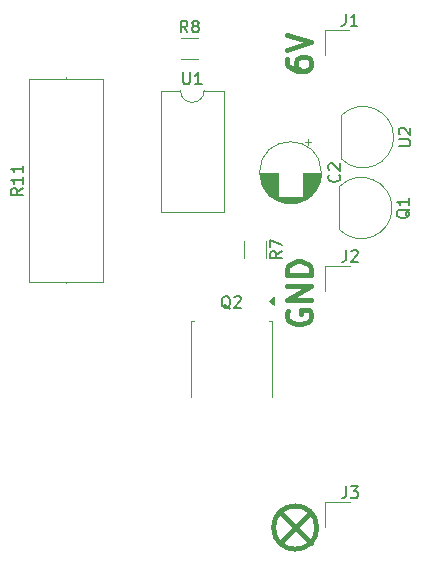
<source format=gto>
%TF.GenerationSoftware,KiCad,Pcbnew,9.0.3*%
%TF.CreationDate,2025-07-24T09:06:34+02:00*%
%TF.ProjectId,turn-signal-flasher-6V,7475726e-2d73-4696-976e-616c2d666c61,rev?*%
%TF.SameCoordinates,Original*%
%TF.FileFunction,Legend,Top*%
%TF.FilePolarity,Positive*%
%FSLAX46Y46*%
G04 Gerber Fmt 4.6, Leading zero omitted, Abs format (unit mm)*
G04 Created by KiCad (PCBNEW 9.0.3) date 2025-07-24 09:06:34*
%MOMM*%
%LPD*%
G01*
G04 APERTURE LIST*
%ADD10C,0.400000*%
%ADD11C,0.150000*%
%ADD12C,0.120000*%
%ADD13C,0.100000*%
G04 APERTURE END LIST*
D10*
X127730983Y-145050000D02*
G75*
G02*
X124069017Y-145050000I-1830983J0D01*
G01*
X124069017Y-145050000D02*
G75*
G02*
X127730983Y-145050000I1830983J0D01*
G01*
X124650000Y-146350000D02*
X127150000Y-143800000D01*
X124605300Y-143755300D02*
X127200000Y-146350000D01*
X125329676Y-126713033D02*
X125234438Y-126903509D01*
X125234438Y-126903509D02*
X125234438Y-127189223D01*
X125234438Y-127189223D02*
X125329676Y-127474938D01*
X125329676Y-127474938D02*
X125520152Y-127665414D01*
X125520152Y-127665414D02*
X125710628Y-127760652D01*
X125710628Y-127760652D02*
X126091580Y-127855890D01*
X126091580Y-127855890D02*
X126377295Y-127855890D01*
X126377295Y-127855890D02*
X126758247Y-127760652D01*
X126758247Y-127760652D02*
X126948723Y-127665414D01*
X126948723Y-127665414D02*
X127139200Y-127474938D01*
X127139200Y-127474938D02*
X127234438Y-127189223D01*
X127234438Y-127189223D02*
X127234438Y-126998747D01*
X127234438Y-126998747D02*
X127139200Y-126713033D01*
X127139200Y-126713033D02*
X127043961Y-126617795D01*
X127043961Y-126617795D02*
X126377295Y-126617795D01*
X126377295Y-126617795D02*
X126377295Y-126998747D01*
X127234438Y-125760652D02*
X125234438Y-125760652D01*
X125234438Y-125760652D02*
X127234438Y-124617795D01*
X127234438Y-124617795D02*
X125234438Y-124617795D01*
X127234438Y-123665414D02*
X125234438Y-123665414D01*
X125234438Y-123665414D02*
X125234438Y-123189224D01*
X125234438Y-123189224D02*
X125329676Y-122903509D01*
X125329676Y-122903509D02*
X125520152Y-122713033D01*
X125520152Y-122713033D02*
X125710628Y-122617795D01*
X125710628Y-122617795D02*
X126091580Y-122522557D01*
X126091580Y-122522557D02*
X126377295Y-122522557D01*
X126377295Y-122522557D02*
X126758247Y-122617795D01*
X126758247Y-122617795D02*
X126948723Y-122713033D01*
X126948723Y-122713033D02*
X127139200Y-122903509D01*
X127139200Y-122903509D02*
X127234438Y-123189224D01*
X127234438Y-123189224D02*
X127234438Y-123665414D01*
X125234438Y-105403509D02*
X125234438Y-105784462D01*
X125234438Y-105784462D02*
X125329676Y-105974938D01*
X125329676Y-105974938D02*
X125424914Y-106070176D01*
X125424914Y-106070176D02*
X125710628Y-106260652D01*
X125710628Y-106260652D02*
X126091580Y-106355890D01*
X126091580Y-106355890D02*
X126853485Y-106355890D01*
X126853485Y-106355890D02*
X127043961Y-106260652D01*
X127043961Y-106260652D02*
X127139200Y-106165414D01*
X127139200Y-106165414D02*
X127234438Y-105974938D01*
X127234438Y-105974938D02*
X127234438Y-105593985D01*
X127234438Y-105593985D02*
X127139200Y-105403509D01*
X127139200Y-105403509D02*
X127043961Y-105308271D01*
X127043961Y-105308271D02*
X126853485Y-105213033D01*
X126853485Y-105213033D02*
X126377295Y-105213033D01*
X126377295Y-105213033D02*
X126186819Y-105308271D01*
X126186819Y-105308271D02*
X126091580Y-105403509D01*
X126091580Y-105403509D02*
X125996342Y-105593985D01*
X125996342Y-105593985D02*
X125996342Y-105974938D01*
X125996342Y-105974938D02*
X126091580Y-106165414D01*
X126091580Y-106165414D02*
X126186819Y-106260652D01*
X126186819Y-106260652D02*
X126377295Y-106355890D01*
X125234438Y-104641604D02*
X127234438Y-103974938D01*
X127234438Y-103974938D02*
X125234438Y-103308271D01*
D11*
X134654819Y-112761904D02*
X135464342Y-112761904D01*
X135464342Y-112761904D02*
X135559580Y-112714285D01*
X135559580Y-112714285D02*
X135607200Y-112666666D01*
X135607200Y-112666666D02*
X135654819Y-112571428D01*
X135654819Y-112571428D02*
X135654819Y-112380952D01*
X135654819Y-112380952D02*
X135607200Y-112285714D01*
X135607200Y-112285714D02*
X135559580Y-112238095D01*
X135559580Y-112238095D02*
X135464342Y-112190476D01*
X135464342Y-112190476D02*
X134654819Y-112190476D01*
X134750057Y-111761904D02*
X134702438Y-111714285D01*
X134702438Y-111714285D02*
X134654819Y-111619047D01*
X134654819Y-111619047D02*
X134654819Y-111380952D01*
X134654819Y-111380952D02*
X134702438Y-111285714D01*
X134702438Y-111285714D02*
X134750057Y-111238095D01*
X134750057Y-111238095D02*
X134845295Y-111190476D01*
X134845295Y-111190476D02*
X134940533Y-111190476D01*
X134940533Y-111190476D02*
X135083390Y-111238095D01*
X135083390Y-111238095D02*
X135654819Y-111809523D01*
X135654819Y-111809523D02*
X135654819Y-111190476D01*
X130216666Y-141554819D02*
X130216666Y-142269104D01*
X130216666Y-142269104D02*
X130169047Y-142411961D01*
X130169047Y-142411961D02*
X130073809Y-142507200D01*
X130073809Y-142507200D02*
X129930952Y-142554819D01*
X129930952Y-142554819D02*
X129835714Y-142554819D01*
X130597619Y-141554819D02*
X131216666Y-141554819D01*
X131216666Y-141554819D02*
X130883333Y-141935771D01*
X130883333Y-141935771D02*
X131026190Y-141935771D01*
X131026190Y-141935771D02*
X131121428Y-141983390D01*
X131121428Y-141983390D02*
X131169047Y-142031009D01*
X131169047Y-142031009D02*
X131216666Y-142126247D01*
X131216666Y-142126247D02*
X131216666Y-142364342D01*
X131216666Y-142364342D02*
X131169047Y-142459580D01*
X131169047Y-142459580D02*
X131121428Y-142507200D01*
X131121428Y-142507200D02*
X131026190Y-142554819D01*
X131026190Y-142554819D02*
X130740476Y-142554819D01*
X130740476Y-142554819D02*
X130645238Y-142507200D01*
X130645238Y-142507200D02*
X130597619Y-142459580D01*
X120404761Y-126550057D02*
X120309523Y-126502438D01*
X120309523Y-126502438D02*
X120214285Y-126407200D01*
X120214285Y-126407200D02*
X120071428Y-126264342D01*
X120071428Y-126264342D02*
X119976190Y-126216723D01*
X119976190Y-126216723D02*
X119880952Y-126216723D01*
X119928571Y-126454819D02*
X119833333Y-126407200D01*
X119833333Y-126407200D02*
X119738095Y-126311961D01*
X119738095Y-126311961D02*
X119690476Y-126121485D01*
X119690476Y-126121485D02*
X119690476Y-125788152D01*
X119690476Y-125788152D02*
X119738095Y-125597676D01*
X119738095Y-125597676D02*
X119833333Y-125502438D01*
X119833333Y-125502438D02*
X119928571Y-125454819D01*
X119928571Y-125454819D02*
X120119047Y-125454819D01*
X120119047Y-125454819D02*
X120214285Y-125502438D01*
X120214285Y-125502438D02*
X120309523Y-125597676D01*
X120309523Y-125597676D02*
X120357142Y-125788152D01*
X120357142Y-125788152D02*
X120357142Y-126121485D01*
X120357142Y-126121485D02*
X120309523Y-126311961D01*
X120309523Y-126311961D02*
X120214285Y-126407200D01*
X120214285Y-126407200D02*
X120119047Y-126454819D01*
X120119047Y-126454819D02*
X119928571Y-126454819D01*
X120738095Y-125550057D02*
X120785714Y-125502438D01*
X120785714Y-125502438D02*
X120880952Y-125454819D01*
X120880952Y-125454819D02*
X121119047Y-125454819D01*
X121119047Y-125454819D02*
X121214285Y-125502438D01*
X121214285Y-125502438D02*
X121261904Y-125550057D01*
X121261904Y-125550057D02*
X121309523Y-125645295D01*
X121309523Y-125645295D02*
X121309523Y-125740533D01*
X121309523Y-125740533D02*
X121261904Y-125883390D01*
X121261904Y-125883390D02*
X120690476Y-126454819D01*
X120690476Y-126454819D02*
X121309523Y-126454819D01*
X130166666Y-101554819D02*
X130166666Y-102269104D01*
X130166666Y-102269104D02*
X130119047Y-102411961D01*
X130119047Y-102411961D02*
X130023809Y-102507200D01*
X130023809Y-102507200D02*
X129880952Y-102554819D01*
X129880952Y-102554819D02*
X129785714Y-102554819D01*
X131166666Y-102554819D02*
X130595238Y-102554819D01*
X130880952Y-102554819D02*
X130880952Y-101554819D01*
X130880952Y-101554819D02*
X130785714Y-101697676D01*
X130785714Y-101697676D02*
X130690476Y-101792914D01*
X130690476Y-101792914D02*
X130595238Y-101840533D01*
X129609580Y-115166666D02*
X129657200Y-115214285D01*
X129657200Y-115214285D02*
X129704819Y-115357142D01*
X129704819Y-115357142D02*
X129704819Y-115452380D01*
X129704819Y-115452380D02*
X129657200Y-115595237D01*
X129657200Y-115595237D02*
X129561961Y-115690475D01*
X129561961Y-115690475D02*
X129466723Y-115738094D01*
X129466723Y-115738094D02*
X129276247Y-115785713D01*
X129276247Y-115785713D02*
X129133390Y-115785713D01*
X129133390Y-115785713D02*
X128942914Y-115738094D01*
X128942914Y-115738094D02*
X128847676Y-115690475D01*
X128847676Y-115690475D02*
X128752438Y-115595237D01*
X128752438Y-115595237D02*
X128704819Y-115452380D01*
X128704819Y-115452380D02*
X128704819Y-115357142D01*
X128704819Y-115357142D02*
X128752438Y-115214285D01*
X128752438Y-115214285D02*
X128800057Y-115166666D01*
X128800057Y-114785713D02*
X128752438Y-114738094D01*
X128752438Y-114738094D02*
X128704819Y-114642856D01*
X128704819Y-114642856D02*
X128704819Y-114404761D01*
X128704819Y-114404761D02*
X128752438Y-114309523D01*
X128752438Y-114309523D02*
X128800057Y-114261904D01*
X128800057Y-114261904D02*
X128895295Y-114214285D01*
X128895295Y-114214285D02*
X128990533Y-114214285D01*
X128990533Y-114214285D02*
X129133390Y-114261904D01*
X129133390Y-114261904D02*
X129704819Y-114833332D01*
X129704819Y-114833332D02*
X129704819Y-114214285D01*
X116428095Y-106504819D02*
X116428095Y-107314342D01*
X116428095Y-107314342D02*
X116475714Y-107409580D01*
X116475714Y-107409580D02*
X116523333Y-107457200D01*
X116523333Y-107457200D02*
X116618571Y-107504819D01*
X116618571Y-107504819D02*
X116809047Y-107504819D01*
X116809047Y-107504819D02*
X116904285Y-107457200D01*
X116904285Y-107457200D02*
X116951904Y-107409580D01*
X116951904Y-107409580D02*
X116999523Y-107314342D01*
X116999523Y-107314342D02*
X116999523Y-106504819D01*
X117999523Y-107504819D02*
X117428095Y-107504819D01*
X117713809Y-107504819D02*
X117713809Y-106504819D01*
X117713809Y-106504819D02*
X117618571Y-106647676D01*
X117618571Y-106647676D02*
X117523333Y-106742914D01*
X117523333Y-106742914D02*
X117428095Y-106790533D01*
X130216666Y-121554819D02*
X130216666Y-122269104D01*
X130216666Y-122269104D02*
X130169047Y-122411961D01*
X130169047Y-122411961D02*
X130073809Y-122507200D01*
X130073809Y-122507200D02*
X129930952Y-122554819D01*
X129930952Y-122554819D02*
X129835714Y-122554819D01*
X130645238Y-121650057D02*
X130692857Y-121602438D01*
X130692857Y-121602438D02*
X130788095Y-121554819D01*
X130788095Y-121554819D02*
X131026190Y-121554819D01*
X131026190Y-121554819D02*
X131121428Y-121602438D01*
X131121428Y-121602438D02*
X131169047Y-121650057D01*
X131169047Y-121650057D02*
X131216666Y-121745295D01*
X131216666Y-121745295D02*
X131216666Y-121840533D01*
X131216666Y-121840533D02*
X131169047Y-121983390D01*
X131169047Y-121983390D02*
X130597619Y-122554819D01*
X130597619Y-122554819D02*
X131216666Y-122554819D01*
X124784819Y-121666666D02*
X124308628Y-121999999D01*
X124784819Y-122238094D02*
X123784819Y-122238094D01*
X123784819Y-122238094D02*
X123784819Y-121857142D01*
X123784819Y-121857142D02*
X123832438Y-121761904D01*
X123832438Y-121761904D02*
X123880057Y-121714285D01*
X123880057Y-121714285D02*
X123975295Y-121666666D01*
X123975295Y-121666666D02*
X124118152Y-121666666D01*
X124118152Y-121666666D02*
X124213390Y-121714285D01*
X124213390Y-121714285D02*
X124261009Y-121761904D01*
X124261009Y-121761904D02*
X124308628Y-121857142D01*
X124308628Y-121857142D02*
X124308628Y-122238094D01*
X123784819Y-121333332D02*
X123784819Y-120666666D01*
X123784819Y-120666666D02*
X124784819Y-121095237D01*
X102834819Y-116302857D02*
X102358628Y-116636190D01*
X102834819Y-116874285D02*
X101834819Y-116874285D01*
X101834819Y-116874285D02*
X101834819Y-116493333D01*
X101834819Y-116493333D02*
X101882438Y-116398095D01*
X101882438Y-116398095D02*
X101930057Y-116350476D01*
X101930057Y-116350476D02*
X102025295Y-116302857D01*
X102025295Y-116302857D02*
X102168152Y-116302857D01*
X102168152Y-116302857D02*
X102263390Y-116350476D01*
X102263390Y-116350476D02*
X102311009Y-116398095D01*
X102311009Y-116398095D02*
X102358628Y-116493333D01*
X102358628Y-116493333D02*
X102358628Y-116874285D01*
X102834819Y-115350476D02*
X102834819Y-115921904D01*
X102834819Y-115636190D02*
X101834819Y-115636190D01*
X101834819Y-115636190D02*
X101977676Y-115731428D01*
X101977676Y-115731428D02*
X102072914Y-115826666D01*
X102072914Y-115826666D02*
X102120533Y-115921904D01*
X102834819Y-114398095D02*
X102834819Y-114969523D01*
X102834819Y-114683809D02*
X101834819Y-114683809D01*
X101834819Y-114683809D02*
X101977676Y-114779047D01*
X101977676Y-114779047D02*
X102072914Y-114874285D01*
X102072914Y-114874285D02*
X102120533Y-114969523D01*
X116783333Y-103124819D02*
X116450000Y-102648628D01*
X116211905Y-103124819D02*
X116211905Y-102124819D01*
X116211905Y-102124819D02*
X116592857Y-102124819D01*
X116592857Y-102124819D02*
X116688095Y-102172438D01*
X116688095Y-102172438D02*
X116735714Y-102220057D01*
X116735714Y-102220057D02*
X116783333Y-102315295D01*
X116783333Y-102315295D02*
X116783333Y-102458152D01*
X116783333Y-102458152D02*
X116735714Y-102553390D01*
X116735714Y-102553390D02*
X116688095Y-102601009D01*
X116688095Y-102601009D02*
X116592857Y-102648628D01*
X116592857Y-102648628D02*
X116211905Y-102648628D01*
X117354762Y-102553390D02*
X117259524Y-102505771D01*
X117259524Y-102505771D02*
X117211905Y-102458152D01*
X117211905Y-102458152D02*
X117164286Y-102362914D01*
X117164286Y-102362914D02*
X117164286Y-102315295D01*
X117164286Y-102315295D02*
X117211905Y-102220057D01*
X117211905Y-102220057D02*
X117259524Y-102172438D01*
X117259524Y-102172438D02*
X117354762Y-102124819D01*
X117354762Y-102124819D02*
X117545238Y-102124819D01*
X117545238Y-102124819D02*
X117640476Y-102172438D01*
X117640476Y-102172438D02*
X117688095Y-102220057D01*
X117688095Y-102220057D02*
X117735714Y-102315295D01*
X117735714Y-102315295D02*
X117735714Y-102362914D01*
X117735714Y-102362914D02*
X117688095Y-102458152D01*
X117688095Y-102458152D02*
X117640476Y-102505771D01*
X117640476Y-102505771D02*
X117545238Y-102553390D01*
X117545238Y-102553390D02*
X117354762Y-102553390D01*
X117354762Y-102553390D02*
X117259524Y-102601009D01*
X117259524Y-102601009D02*
X117211905Y-102648628D01*
X117211905Y-102648628D02*
X117164286Y-102743866D01*
X117164286Y-102743866D02*
X117164286Y-102934342D01*
X117164286Y-102934342D02*
X117211905Y-103029580D01*
X117211905Y-103029580D02*
X117259524Y-103077200D01*
X117259524Y-103077200D02*
X117354762Y-103124819D01*
X117354762Y-103124819D02*
X117545238Y-103124819D01*
X117545238Y-103124819D02*
X117640476Y-103077200D01*
X117640476Y-103077200D02*
X117688095Y-103029580D01*
X117688095Y-103029580D02*
X117735714Y-102934342D01*
X117735714Y-102934342D02*
X117735714Y-102743866D01*
X117735714Y-102743866D02*
X117688095Y-102648628D01*
X117688095Y-102648628D02*
X117640476Y-102601009D01*
X117640476Y-102601009D02*
X117545238Y-102553390D01*
X135610057Y-118095238D02*
X135562438Y-118190476D01*
X135562438Y-118190476D02*
X135467200Y-118285714D01*
X135467200Y-118285714D02*
X135324342Y-118428571D01*
X135324342Y-118428571D02*
X135276723Y-118523809D01*
X135276723Y-118523809D02*
X135276723Y-118619047D01*
X135514819Y-118571428D02*
X135467200Y-118666666D01*
X135467200Y-118666666D02*
X135371961Y-118761904D01*
X135371961Y-118761904D02*
X135181485Y-118809523D01*
X135181485Y-118809523D02*
X134848152Y-118809523D01*
X134848152Y-118809523D02*
X134657676Y-118761904D01*
X134657676Y-118761904D02*
X134562438Y-118666666D01*
X134562438Y-118666666D02*
X134514819Y-118571428D01*
X134514819Y-118571428D02*
X134514819Y-118380952D01*
X134514819Y-118380952D02*
X134562438Y-118285714D01*
X134562438Y-118285714D02*
X134657676Y-118190476D01*
X134657676Y-118190476D02*
X134848152Y-118142857D01*
X134848152Y-118142857D02*
X135181485Y-118142857D01*
X135181485Y-118142857D02*
X135371961Y-118190476D01*
X135371961Y-118190476D02*
X135467200Y-118285714D01*
X135467200Y-118285714D02*
X135514819Y-118380952D01*
X135514819Y-118380952D02*
X135514819Y-118571428D01*
X135514819Y-117190476D02*
X135514819Y-117761904D01*
X135514819Y-117476190D02*
X134514819Y-117476190D01*
X134514819Y-117476190D02*
X134657676Y-117571428D01*
X134657676Y-117571428D02*
X134752914Y-117666666D01*
X134752914Y-117666666D02*
X134800533Y-117761904D01*
D12*
%TO.C,U2*%
X129790000Y-110200000D02*
X129790000Y-113800000D01*
X129801522Y-110161522D02*
G75*
G02*
X134240001Y-112000000I1838478J-1838478D01*
G01*
X134240000Y-112000000D02*
G75*
G02*
X129801522Y-113838478I-2600000J0D01*
G01*
D13*
%TO.C,J3*%
X128450000Y-142900000D02*
X128450000Y-145000000D01*
X130550000Y-142900000D02*
X128450000Y-142900000D01*
D12*
%TO.C,Q2*%
X117075000Y-127605000D02*
X117345000Y-127605000D01*
X117075000Y-134025000D02*
X117075000Y-127605000D01*
X123975000Y-127605000D02*
X123705000Y-127605000D01*
X123975000Y-134025000D02*
X123975000Y-127605000D01*
X124135000Y-126215000D02*
X123665000Y-125875000D01*
X124135000Y-125535000D01*
X124135000Y-126215000D01*
G36*
X124135000Y-126215000D02*
G01*
X123665000Y-125875000D01*
X124135000Y-125535000D01*
X124135000Y-126215000D01*
G37*
D13*
%TO.C,J1*%
X128400000Y-102900000D02*
X128400000Y-105000000D01*
X130500000Y-102900000D02*
X128400000Y-102900000D01*
D12*
%TO.C,C2*%
X124460000Y-115000000D02*
X122920000Y-115000000D01*
X124460000Y-115040000D02*
X122920000Y-115040000D01*
X124460000Y-115080000D02*
X122921000Y-115080000D01*
X124460000Y-115120000D02*
X122923000Y-115120000D01*
X124460000Y-115160000D02*
X122925000Y-115160000D01*
X124460000Y-115200000D02*
X122928000Y-115200000D01*
X124460000Y-115240000D02*
X122931000Y-115240000D01*
X124460000Y-115280000D02*
X122935000Y-115280000D01*
X124460000Y-115320000D02*
X122940000Y-115320000D01*
X124460000Y-115360000D02*
X122945000Y-115360000D01*
X124460000Y-115400000D02*
X122951000Y-115400000D01*
X124460000Y-115440000D02*
X122957000Y-115440000D01*
X124460000Y-115480000D02*
X122964000Y-115480000D01*
X124460000Y-115520000D02*
X122972000Y-115520000D01*
X124460000Y-115560000D02*
X122981000Y-115560000D01*
X124460000Y-115600000D02*
X122990000Y-115600000D01*
X124460000Y-115640000D02*
X122999000Y-115640000D01*
X124460000Y-115680000D02*
X123010000Y-115680000D01*
X124460000Y-115720000D02*
X123021000Y-115720000D01*
X124460000Y-115760000D02*
X123033000Y-115760000D01*
X124460000Y-115800000D02*
X123045000Y-115800000D01*
X124460000Y-115840000D02*
X123058000Y-115840000D01*
X124460000Y-115880000D02*
X123072000Y-115880000D01*
X124460000Y-115920000D02*
X123087000Y-115920000D01*
X124460000Y-115960000D02*
X123102000Y-115960000D01*
X124460000Y-116000000D02*
X123118000Y-116000000D01*
X124460000Y-116040000D02*
X123135000Y-116040000D01*
X124460000Y-116080000D02*
X123153000Y-116080000D01*
X124460000Y-116120000D02*
X123171000Y-116120000D01*
X124460000Y-116160000D02*
X123191000Y-116160000D01*
X124460000Y-116200000D02*
X123211000Y-116200000D01*
X124460000Y-116240000D02*
X123232000Y-116240000D01*
X124460000Y-116280000D02*
X123254000Y-116280000D01*
X124460000Y-116320000D02*
X123277000Y-116320000D01*
X124460000Y-116360000D02*
X123301000Y-116360000D01*
X124460000Y-116400000D02*
X123325000Y-116400000D01*
X124460000Y-116440000D02*
X123351000Y-116440000D01*
X124460000Y-116480000D02*
X123378000Y-116480000D01*
X124460000Y-116520000D02*
X123406000Y-116520000D01*
X124460000Y-116560000D02*
X123435000Y-116560000D01*
X124460000Y-116600000D02*
X123465000Y-116600000D01*
X124460000Y-116640000D02*
X123497000Y-116640000D01*
X124460000Y-116680000D02*
X123530000Y-116680000D01*
X124460000Y-116720000D02*
X123564000Y-116720000D01*
X124460000Y-116760000D02*
X123599000Y-116760000D01*
X124460000Y-116800000D02*
X123636000Y-116800000D01*
X124460000Y-116840000D02*
X123675000Y-116840000D01*
X124460000Y-116880000D02*
X123715000Y-116880000D01*
X124460000Y-116920000D02*
X123757000Y-116920000D01*
X124460000Y-116960000D02*
X123801000Y-116960000D01*
X124460000Y-117000000D02*
X123848000Y-117000000D01*
X125783000Y-117600000D02*
X125217000Y-117600000D01*
X126017000Y-117560000D02*
X124983000Y-117560000D01*
X126177000Y-117520000D02*
X124823000Y-117520000D01*
X126305000Y-117480000D02*
X124695000Y-117480000D01*
X126414000Y-117440000D02*
X124586000Y-117440000D01*
X126511000Y-117400000D02*
X124489000Y-117400000D01*
X126598000Y-117360000D02*
X124402000Y-117360000D01*
X126677000Y-117320000D02*
X124323000Y-117320000D01*
X126751000Y-117280000D02*
X124249000Y-117280000D01*
X126819000Y-117240000D02*
X124181000Y-117240000D01*
X126883000Y-117200000D02*
X124117000Y-117200000D01*
X126943000Y-117160000D02*
X124057000Y-117160000D01*
X126975000Y-112195225D02*
X126975000Y-112695225D01*
X126999000Y-117120000D02*
X124001000Y-117120000D01*
X127053000Y-117080000D02*
X123947000Y-117080000D01*
X127104000Y-117040000D02*
X123896000Y-117040000D01*
X127152000Y-117000000D02*
X126540000Y-117000000D01*
X127199000Y-116960000D02*
X126540000Y-116960000D01*
X127225000Y-112445225D02*
X126725000Y-112445225D01*
X127243000Y-116920000D02*
X126540000Y-116920000D01*
X127285000Y-116880000D02*
X126540000Y-116880000D01*
X127325000Y-116840000D02*
X126540000Y-116840000D01*
X127364000Y-116800000D02*
X126540000Y-116800000D01*
X127401000Y-116760000D02*
X126540000Y-116760000D01*
X127436000Y-116720000D02*
X126540000Y-116720000D01*
X127470000Y-116680000D02*
X126540000Y-116680000D01*
X127503000Y-116640000D02*
X126540000Y-116640000D01*
X127535000Y-116600000D02*
X126540000Y-116600000D01*
X127565000Y-116560000D02*
X126540000Y-116560000D01*
X127594000Y-116520000D02*
X126540000Y-116520000D01*
X127622000Y-116480000D02*
X126540000Y-116480000D01*
X127649000Y-116440000D02*
X126540000Y-116440000D01*
X127675000Y-116400000D02*
X126540000Y-116400000D01*
X127699000Y-116360000D02*
X126540000Y-116360000D01*
X127723000Y-116320000D02*
X126540000Y-116320000D01*
X127746000Y-116280000D02*
X126540000Y-116280000D01*
X127768000Y-116240000D02*
X126540000Y-116240000D01*
X127789000Y-116200000D02*
X126540000Y-116200000D01*
X127809000Y-116160000D02*
X126540000Y-116160000D01*
X127829000Y-116120000D02*
X126540000Y-116120000D01*
X127847000Y-116080000D02*
X126540000Y-116080000D01*
X127865000Y-116040000D02*
X126540000Y-116040000D01*
X127882000Y-116000000D02*
X126540000Y-116000000D01*
X127898000Y-115960000D02*
X126540000Y-115960000D01*
X127913000Y-115920000D02*
X126540000Y-115920000D01*
X127928000Y-115880000D02*
X126540000Y-115880000D01*
X127942000Y-115840000D02*
X126540000Y-115840000D01*
X127955000Y-115800000D02*
X126540000Y-115800000D01*
X127967000Y-115760000D02*
X126540000Y-115760000D01*
X127979000Y-115720000D02*
X126540000Y-115720000D01*
X127990000Y-115680000D02*
X126540000Y-115680000D01*
X128001000Y-115640000D02*
X126540000Y-115640000D01*
X128010000Y-115600000D02*
X126540000Y-115600000D01*
X128019000Y-115560000D02*
X126540000Y-115560000D01*
X128028000Y-115520000D02*
X126540000Y-115520000D01*
X128036000Y-115480000D02*
X126540000Y-115480000D01*
X128043000Y-115440000D02*
X126540000Y-115440000D01*
X128049000Y-115400000D02*
X126540000Y-115400000D01*
X128055000Y-115360000D02*
X126540000Y-115360000D01*
X128060000Y-115320000D02*
X126540000Y-115320000D01*
X128065000Y-115280000D02*
X126540000Y-115280000D01*
X128069000Y-115240000D02*
X126540000Y-115240000D01*
X128072000Y-115200000D02*
X126540000Y-115200000D01*
X128075000Y-115160000D02*
X126540000Y-115160000D01*
X128077000Y-115120000D02*
X126540000Y-115120000D01*
X128079000Y-115080000D02*
X126540000Y-115080000D01*
X128080000Y-115000000D02*
X126540000Y-115000000D01*
X128080000Y-115040000D02*
X126540000Y-115040000D01*
X128120000Y-115000000D02*
G75*
G02*
X122880000Y-115000000I-2620000J0D01*
G01*
X122880000Y-115000000D02*
G75*
G02*
X128120000Y-115000000I2620000J0D01*
G01*
%TO.C,U1*%
X114540000Y-108050000D02*
X114540000Y-118330000D01*
X114540000Y-118330000D02*
X119840000Y-118330000D01*
X116190000Y-108050000D02*
X114540000Y-108050000D01*
X119840000Y-108050000D02*
X118190000Y-108050000D01*
X119840000Y-118330000D02*
X119840000Y-108050000D01*
X118190000Y-108050000D02*
G75*
G02*
X116190000Y-108050000I-1000000J0D01*
G01*
D13*
%TO.C,J2*%
X128450000Y-122900000D02*
X128450000Y-125000000D01*
X130550000Y-122900000D02*
X128450000Y-122900000D01*
D12*
%TO.C,R7*%
X121590000Y-120772936D02*
X121590000Y-122227064D01*
X123410000Y-120772936D02*
X123410000Y-122227064D01*
%TO.C,R11*%
X106500000Y-106940000D02*
X106500000Y-107040000D01*
X106500000Y-124380000D02*
X106500000Y-124280000D01*
X103380000Y-124280000D02*
X109620000Y-124280000D01*
X109620000Y-107040000D01*
X103380000Y-107040000D01*
X103380000Y-124280000D01*
%TO.C,R8*%
X116222936Y-103590000D02*
X117677064Y-103590000D01*
X116222936Y-105410000D02*
X117677064Y-105410000D01*
%TO.C,Q1*%
X129650000Y-116200000D02*
X129650000Y-119800000D01*
X129661522Y-116161522D02*
G75*
G02*
X134100001Y-118000000I1838478J-1838478D01*
G01*
X134100000Y-118000000D02*
G75*
G02*
X129661522Y-119838478I-2600000J0D01*
G01*
%TD*%
M02*

</source>
